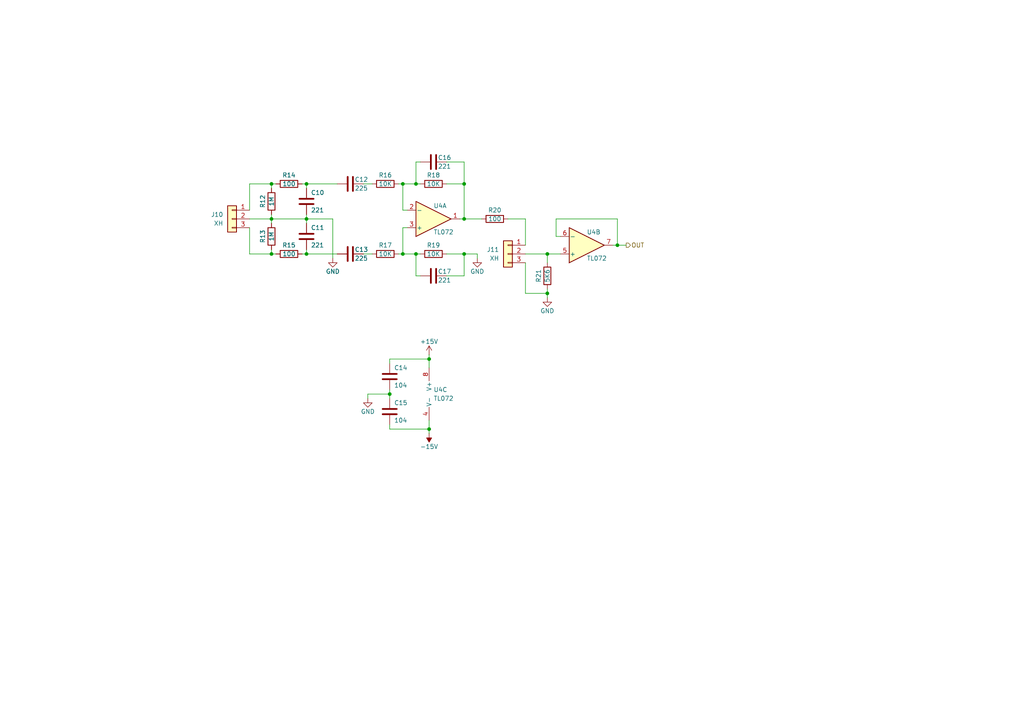
<source format=kicad_sch>
(kicad_sch (version 20231120) (generator "eeschema") (generator_version "8.0")
  (paper "A4")
  (title_block (title "Electronic crossover for 2.1 audio systems") (company "Haos Redro"))
  (lib_symbols
    (symbol "Amplifier_Operational:TL072" (pin_names (offset 0.127))
      (property "Reference" "U" (at 0 5.08 0))
      (property "Value" "TL072" (at 0 -5.08 0))
      (symbol "TL072_1_1"
        (polyline (pts (xy -5.08 5.08) (xy 5.08 0) (xy -5.08 -5.08) (xy -5.08 5.08)) (stroke (width 0.254)) (fill (type background)))
        (pin output line (at 7.62 0 180) (length 2.54) (name "~") (number "1"))
        (pin input line (at -7.62 -2.54 0) (length 2.54) (name "-") (number "2"))
        (pin input line (at -7.62 2.54 0) (length 2.54) (name "+") (number "3"))
      )
      (symbol "TL072_2_1"
        (polyline (pts (xy -5.08 5.08) (xy 5.08 0) (xy -5.08 -5.08) (xy -5.08 5.08)) (stroke (width 0.254)) (fill (type background)))
        (pin input line (at -7.62 2.54 0) (length 2.54) (name "+") (number "5"))
        (pin input line (at -7.62 -2.54 0) (length 2.54) (name "-") (number "6"))
        (pin output line (at 7.62 0 180) (length 2.54) (name "~") (number "7"))
      )
      (symbol "TL072_3_1"
        (pin power_in line (at -2.54 -7.62 90) (length 3.81) (name "V-") (number "4"))
        (pin power_in line (at -2.54 7.62 270) (length 3.81) (name "V+") (number "8"))
      )
    )
    (symbol "Connector_Generic:Conn_01x03" (pin_names (offset 1.016) hide)
      (property "Reference" "J" (at 0 5.08 0))
      (property "Value" "Conn_01x03" (at 0 -5.08 0))
      (symbol "Conn_01x03_1_1"
        (rectangle (start -1.27 -2.413) (end 0 -2.667) (stroke (width 0.1524)))
        (rectangle (start -1.27 0.127) (end 0 -0.127) (stroke (width 0.1524)))
        (rectangle (start -1.27 2.667) (end 0 2.413) (stroke (width 0.1524)))
        (rectangle (start -1.27 3.81) (end 1.27 -3.81) (stroke (width 0.254)) (fill (type background)))
        (pin passive line (at -5.08 2.54 0) (length 3.81) (name "Pin_1") (number "1"))
        (pin passive line (at -5.08 0 0) (length 3.81) (name "Pin_2") (number "2"))
        (pin passive line (at -5.08 -2.54 0) (length 3.81) (name "Pin_3") (number "3"))
      )
    )
    (symbol "Device:C" (pin_numbers hide) (pin_names (offset 0.254))
      (property "Reference" "C" (at 0.635 2.54 0))
      (property "Value" "C" (at 0.635 -2.54 0))
      (symbol "C_0_1"
        (polyline (pts (xy -2.032 -0.762) (xy 2.032 -0.762)) (stroke (width 0.508)))
        (polyline (pts (xy -2.032 0.762) (xy 2.032 0.762)) (stroke (width 0.508)))
      )
      (symbol "C_1_1"
        (pin passive line (at 0 3.81 270) (length 2.794) (name "~") (number "1"))
        (pin passive line (at 0 -3.81 90) (length 2.794) (name "~") (number "2"))
      )
    )
    (symbol "Device:R" (pin_numbers hide) (pin_names (offset 0))
      (property "Reference" "R" (at 2.032 0 90))
      (property "Value" "R" (at 0 0 90))
      (symbol "R_0_1"
        (rectangle (start -1.016 -2.54) (end 1.016 2.54) (stroke (width 0.254)))
      )
      (symbol "R_1_1"
        (pin passive line (at 0 3.81 270) (length 1.27) (name "~") (number "1"))
        (pin passive line (at 0 -3.81 90) (length 1.27) (name "~") (number "2"))
      )
    )
    (symbol "power:+15V" (power) (pin_numbers hide) (pin_names (offset 0) hide)
      (property "Value" "+15V" (at 0 3.556 0))
      (symbol "+15V_0_1"
        (polyline (pts (xy -0.762 1.27) (xy 0 2.54)))
        (polyline (pts (xy 0 0) (xy 0 2.54)))
        (polyline (pts (xy 0 2.54) (xy 0.762 1.27)))
      )
      (symbol "+15V_1_1"
        (pin power_in line (at 0 0 90) (length 0) (name "~") (number "1"))
      )
    )
    (symbol "power:-15V" (power) (pin_numbers hide) (pin_names (offset 0) hide)
      (property "Value" "-15V" (at 0 3.556 0))
      (symbol "-15V_0_0"
        (pin power_in line (at 0 0 90) (length 0) (name "~") (number "1"))
      )
      (symbol "-15V_0_1"
        (polyline (pts (xy 0 0) (xy 0 1.27) (xy 0.762 1.27) (xy 0 2.54) (xy -0.762 1.27) (xy 0 1.27)) (fill (type outline)))
      )
    )
    (symbol "power:GND" (power) (pin_numbers hide) (pin_names (offset 0) hide)
      (property "Value" "GND" (at 0 -3.81 0))
      (symbol "GND_0_1"
        (polyline (pts (xy 0 0) (xy 0 -1.27) (xy 1.27 -1.27) (xy 0 -2.54) (xy -1.27 -1.27) (xy 0 -1.27)))
      )
      (symbol "GND_1_1"
        (pin power_in line (at 0 0 270) (length 0) (name "~") (number "1"))
      )
    )
  )
  (junction (at 113.03 114.3))
  (junction (at 116.84 73.66))
  (junction (at 116.84 53.34))
  (junction (at 88.9 73.66))
  (junction (at 124.46 124.46))
  (junction (at 88.9 53.34))
  (junction (at 78.74 63.5))
  (junction (at 78.74 53.34))
  (junction (at 134.62 53.34))
  (junction (at 179.07 71.12))
  (junction (at 78.74 73.66))
  (junction (at 88.9 63.5))
  (junction (at 158.75 85.09))
  (junction (at 134.62 73.66))
  (junction (at 124.46 104.14))
  (junction (at 134.62 63.5))
  (junction (at 120.65 73.66))
  (junction (at 158.75 73.66))
  (junction (at 120.65 53.34))
  (wire (pts (xy 162.56 68.58) (xy 161.29 68.58)))
  (wire (pts (xy 134.62 63.5) (xy 139.7 63.5)))
  (wire (pts (xy 87.63 53.34) (xy 88.9 53.34)))
  (wire (pts (xy 116.84 60.96) (xy 118.11 60.96)))
  (wire (pts (xy 121.92 80.01) (xy 120.65 80.01)))
  (wire (pts (xy 72.39 53.34) (xy 78.74 53.34)))
  (wire (pts (xy 88.9 53.34) (xy 88.9 54.61)))
  (wire (pts (xy 116.84 73.66) (xy 120.65 73.66)))
  (wire (pts (xy 121.92 46.99) (xy 120.65 46.99)))
  (wire (pts (xy 124.46 102.87) (xy 124.46 104.14)))
  (wire (pts (xy 96.52 63.5) (xy 96.52 74.93)))
  (wire (pts (xy 88.9 72.39) (xy 88.9 73.66)))
  (wire (pts (xy 152.4 63.5) (xy 147.32 63.5)))
  (wire (pts (xy 78.74 53.34) (xy 80.01 53.34)))
  (wire (pts (xy 113.03 123.19) (xy 113.03 124.46)))
  (wire (pts (xy 72.39 66.04) (xy 72.39 73.66)))
  (wire (pts (xy 120.65 80.01) (xy 120.65 73.66)))
  (wire (pts (xy 72.39 63.5) (xy 78.74 63.5)))
  (wire (pts (xy 78.74 63.5) (xy 78.74 64.77)))
  (wire (pts (xy 87.63 73.66) (xy 88.9 73.66)))
  (wire (pts (xy 88.9 63.5) (xy 88.9 64.77)))
  (wire (pts (xy 179.07 63.5) (xy 179.07 71.12)))
  (wire (pts (xy 134.62 73.66) (xy 134.62 80.01)))
  (wire (pts (xy 88.9 73.66) (xy 97.79 73.66)))
  (wire (pts (xy 152.4 71.12) (xy 152.4 63.5)))
  (wire (pts (xy 134.62 53.34) (xy 134.62 46.99)))
  (wire (pts (xy 124.46 124.46) (xy 124.46 121.92)))
  (wire (pts (xy 78.74 53.34) (xy 78.74 54.61)))
  (wire (pts (xy 158.75 85.09) (xy 158.75 83.82)))
  (wire (pts (xy 78.74 73.66) (xy 80.01 73.66)))
  (wire (pts (xy 113.03 113.03) (xy 113.03 114.3)))
  (wire (pts (xy 152.4 76.2) (xy 152.4 85.09)))
  (wire (pts (xy 179.07 71.12) (xy 177.8 71.12)))
  (wire (pts (xy 161.29 63.5) (xy 179.07 63.5)))
  (wire (pts (xy 120.65 46.99) (xy 120.65 53.34)))
  (wire (pts (xy 88.9 62.23) (xy 88.9 63.5)))
  (wire (pts (xy 106.68 114.3) (xy 106.68 115.57)))
  (wire (pts (xy 158.75 73.66) (xy 162.56 73.66)))
  (wire (pts (xy 129.54 73.66) (xy 134.62 73.66)))
  (wire (pts (xy 152.4 85.09) (xy 158.75 85.09)))
  (wire (pts (xy 113.03 114.3) (xy 106.68 114.3)))
  (wire (pts (xy 115.57 53.34) (xy 116.84 53.34)))
  (wire (pts (xy 158.75 85.09) (xy 158.75 86.36)))
  (wire (pts (xy 134.62 46.99) (xy 129.54 46.99)))
  (wire (pts (xy 113.03 105.41) (xy 113.03 104.14)))
  (wire (pts (xy 120.65 73.66) (xy 121.92 73.66)))
  (wire (pts (xy 105.41 53.34) (xy 107.95 53.34)))
  (wire (pts (xy 158.75 73.66) (xy 158.75 76.2)))
  (wire (pts (xy 113.03 124.46) (xy 124.46 124.46)))
  (wire (pts (xy 113.03 114.3) (xy 113.03 115.57)))
  (wire (pts (xy 124.46 125.73) (xy 124.46 124.46)))
  (wire (pts (xy 179.07 71.12) (xy 181.61 71.12)))
  (wire (pts (xy 116.84 53.34) (xy 116.84 60.96)))
  (wire (pts (xy 105.41 73.66) (xy 107.95 73.66)))
  (wire (pts (xy 72.39 73.66) (xy 78.74 73.66)))
  (wire (pts (xy 113.03 104.14) (xy 124.46 104.14)))
  (wire (pts (xy 72.39 60.96) (xy 72.39 53.34)))
  (wire (pts (xy 120.65 53.34) (xy 121.92 53.34)))
  (wire (pts (xy 88.9 53.34) (xy 97.79 53.34)))
  (wire (pts (xy 78.74 72.39) (xy 78.74 73.66)))
  (wire (pts (xy 161.29 68.58) (xy 161.29 63.5)))
  (wire (pts (xy 134.62 63.5) (xy 134.62 53.34)))
  (wire (pts (xy 134.62 80.01) (xy 129.54 80.01)))
  (wire (pts (xy 115.57 73.66) (xy 116.84 73.66)))
  (wire (pts (xy 78.74 62.23) (xy 78.74 63.5)))
  (wire (pts (xy 138.43 73.66) (xy 138.43 74.93)))
  (wire (pts (xy 78.74 63.5) (xy 88.9 63.5)))
  (wire (pts (xy 118.11 66.04) (xy 116.84 66.04)))
  (wire (pts (xy 152.4 73.66) (xy 158.75 73.66)))
  (wire (pts (xy 116.84 53.34) (xy 120.65 53.34)))
  (wire (pts (xy 133.35 63.5) (xy 134.62 63.5)))
  (wire (pts (xy 124.46 104.14) (xy 124.46 106.68)))
  (wire (pts (xy 116.84 66.04) (xy 116.84 73.66)))
  (wire (pts (xy 88.9 63.5) (xy 96.52 63.5)))
  (wire (pts (xy 129.54 53.34) (xy 134.62 53.34)))
  (wire (pts (xy 134.62 73.66) (xy 138.43 73.66)))
  (hierarchical_label "OUT" (shape output) (at 181.61 71.12 0))
  (symbol (lib_id "Device:C") (at 125.73 46.99 90) (unit 1)
    (property "Reference" "C16" (at 127 45.72 90) (effects (justify right)))
    (property "Value" "221" (at 127 48.26 90) (effects (justify right)))
    (property "Footprint" "Capacitor_SMD:C_0805_2012Metric" (effects (hide yes)))
    (property "Description" "Unpolarized capacitor" (effects (hide yes)))
    (instances (project "0000.011D" (path "" (reference "C16") (unit 1)) (path "" (reference "C24") (unit 1))))
  )
  (symbol (lib_id "Device:R") (at 125.73 53.34 90) (unit 1)
    (property "Reference" "R18" (at 125.73 50.8 90))
    (property "Value" "10K" (at 125.73 53.34 90))
    (property "Footprint" "Resistor_SMD:R_0805_2012Metric" (effects (hide yes)))
    (property "Description" "Resistor" (effects (hide yes)))
    (instances (project "0000.011D" (path "" (reference "R18") (unit 1)) (path "" (reference "R28") (unit 1))))
  )
  (symbol (lib_id "Device:C") (at 88.9 58.42 0) (unit 1)
    (property "Reference" "C10" (at 90.17 55.88 0) (effects (justify left)))
    (property "Value" "221" (at 90.17 60.96 0) (effects (justify left)))
    (property "Footprint" "Capacitor_SMD:C_0805_2012Metric" (effects (hide yes)))
    (property "Description" "Unpolarized capacitor" (effects (hide yes)))
    (instances (project "0000.011D" (path "" (reference "C10") (unit 1)) (path "" (reference "C18") (unit 1))))
  )
  (symbol (lib_id "Amplifier_Operational:TL072") (at 127 114.3 0) (unit 3)
    (property "Reference" "U4" (at 125.73 113.0299 0) (effects (justify left)))
    (property "Value" "TL072" (at 125.73 115.5699 0) (effects (justify left)))
    (property "Footprint" "Package_SO:SOIC-8_3.9x4.9mm_P1.27mm" (effects (hide yes)))
    (property "Datasheet" "http://www.ti.com/lit/ds/symlink/tl071.pdf" (effects (hide yes)))
    (property "Description" "Dual Low-Noise JFET-Input Operational Amplifiers, DIP-8/SOIC-8" (effects (hide yes)))
    (instances (project "" (path "" (reference "U4") (unit 3)) (path "" (reference "U5") (unit 3))))
  )
  (symbol (lib_id "power:GND") (at 96.52 74.93 0) (unit 1)
    (property "Reference" "#PWR017" (effects (hide yes)))
    (property "Value" "GND" (at 96.52 78.74 0))
    (property "Description" "Power symbol creates a global label with name \"GND\" , ground" (effects (hide yes)))
    (instances (project "0000.011D" (path "" (reference "#PWR017") (unit 1)) (path "" (reference "#PWR023") (unit 1))))
  )
  (symbol (lib_id "Device:C") (at 101.6 73.66 90) (unit 1)
    (property "Reference" "C13" (at 102.87 72.39 90) (effects (justify right)))
    (property "Value" "225" (at 102.87 74.93 90) (effects (justify right)))
    (property "Footprint" "Capacitor_SMD:C_1210_3225Metric" (effects (hide yes)))
    (property "Description" "Unpolarized capacitor" (effects (hide yes)))
    (instances (project "0000.011D" (path "" (reference "C13") (unit 1)) (path "" (reference "C21") (unit 1))))
  )
  (symbol (lib_id "Connector_Generic:Conn_01x03") (at 67.31 63.5 0) (mirror y) (unit 1)
    (property "Reference" "J10" (at 64.77 62.2299 0) (effects (justify left)))
    (property "Value" "XH" (at 64.77 64.7699 0) (effects (justify left)))
    (property "Footprint" "Connector_JST:JST_XH_B3B-XH-AM_1x03_P2.50mm_Vertical" (effects (hide yes)))
    (property "Description" "Generic connector, single row, 01x03, script generated (kicad-library-utils/schlib/autogen/connector/)" (effects (hide yes)))
    (instances (project "0000.011D" (path "" (reference "J10") (unit 1)) (path "" (reference "J12") (unit 1))))
  )
  (symbol (lib_id "Device:R") (at 83.82 53.34 90) (unit 1)
    (property "Reference" "R14" (at 83.82 50.8 90))
    (property "Value" "100" (at 83.82 53.34 90))
    (property "Footprint" "Resistor_SMD:R_0805_2012Metric" (effects (hide yes)))
    (property "Description" "Resistor" (effects (hide yes)))
    (instances (project "0000.011D" (path "" (reference "R14") (unit 1)) (path "" (reference "R24") (unit 1))))
  )
  (symbol (lib_id "power:+15V") (at 124.46 102.87 0) (unit 1)
    (property "Reference" "#PWR019" (effects (hide yes)))
    (property "Value" "+15V" (at 124.46 99.06 0))
    (property "Description" "Power symbol creates a global label with name \"+15V\"" (effects (hide yes)))
    (instances (project "0000.011D" (path "" (reference "#PWR019") (unit 1)) (path "" (reference "#PWR025") (unit 1))))
  )
  (symbol (lib_id "Device:R") (at 158.75 80.01 180) (unit 1)
    (property "Reference" "R21" (at 156.21 80.01 90))
    (property "Value" "5K6" (at 158.75 80.01 90))
    (property "Footprint" "Resistor_SMD:R_0805_2012Metric" (effects (hide yes)))
    (property "Description" "Resistor" (effects (hide yes)))
    (instances (project "0000.011D" (path "" (reference "R21") (unit 1)) (path "" (reference "R31") (unit 1))))
  )
  (symbol (lib_id "Device:C") (at 113.03 119.38 0) (unit 1)
    (property "Reference" "C15" (at 114.3 116.84 0) (effects (justify left)))
    (property "Value" "104" (at 114.3 121.92 0) (effects (justify left)))
    (property "Footprint" "Capacitor_SMD:C_0805_2012Metric" (effects (hide yes)))
    (property "Description" "Unpolarized capacitor" (effects (hide yes)))
    (instances (project "0000.011D" (path "" (reference "C15") (unit 1)) (path "" (reference "C23") (unit 1))))
  )
  (symbol (lib_id "Device:C") (at 113.03 109.22 0) (unit 1)
    (property "Reference" "C14" (at 114.3 106.68 0) (effects (justify left)))
    (property "Value" "104" (at 114.3 111.76 0) (effects (justify left)))
    (property "Footprint" "Capacitor_SMD:C_0805_2012Metric" (effects (hide yes)))
    (property "Description" "Unpolarized capacitor" (effects (hide yes)))
    (instances (project "0000.011D" (path "" (reference "C14") (unit 1)) (path "" (reference "C22") (unit 1))))
  )
  (symbol (lib_id "Device:R") (at 111.76 73.66 90) (unit 1)
    (property "Reference" "R17" (at 111.76 71.12 90))
    (property "Value" "10K" (at 111.76 73.66 90))
    (property "Footprint" "Resistor_SMD:R_0805_2012Metric" (effects (hide yes)))
    (property "Description" "Resistor" (effects (hide yes)))
    (instances (project "0000.011D" (path "" (reference "R17") (unit 1)) (path "" (reference "R27") (unit 1))))
  )
  (symbol (lib_id "Amplifier_Operational:TL072") (at 125.73 63.5 0) (mirror x) (unit 1)
    (property "Reference" "U4" (at 125.73 59.69 0) (effects (justify left)))
    (property "Value" "TL072" (at 125.73 67.31 0) (effects (justify left)))
    (property "Footprint" "Package_SO:SOIC-8_3.9x4.9mm_P1.27mm" (effects (hide yes)))
    (property "Datasheet" "http://www.ti.com/lit/ds/symlink/tl071.pdf" (effects (hide yes)))
    (property "Description" "Dual Low-Noise JFET-Input Operational Amplifiers, DIP-8/SOIC-8" (effects (hide yes)))
    (instances (project "" (path "" (reference "U4") (unit 1)) (path "" (reference "U5") (unit 1))))
  )
  (symbol (lib_id "Device:R") (at 83.82 73.66 90) (unit 1)
    (property "Reference" "R15" (at 83.82 71.12 90))
    (property "Value" "100" (at 83.82 73.66 90))
    (property "Footprint" "Resistor_SMD:R_0805_2012Metric" (effects (hide yes)))
    (property "Description" "Resistor" (effects (hide yes)))
    (instances (project "0000.011D" (path "" (reference "R15") (unit 1)) (path "" (reference "R25") (unit 1))))
  )
  (symbol (lib_id "Device:R") (at 78.74 58.42 180) (unit 1)
    (property "Reference" "R12" (at 76.2 58.42 90))
    (property "Value" "1M" (at 78.74 58.42 90))
    (property "Footprint" "Resistor_SMD:R_0805_2012Metric" (effects (hide yes)))
    (property "Description" "Resistor" (effects (hide yes)))
    (instances (project "0000.011D" (path "" (reference "R12") (unit 1)) (path "" (reference "R22") (unit 1))))
  )
  (symbol (lib_id "Device:C") (at 101.6 53.34 90) (unit 1)
    (property "Reference" "C12" (at 102.87 52.07 90) (effects (justify right)))
    (property "Value" "225" (at 102.87 54.61 90) (effects (justify right)))
    (property "Footprint" "Capacitor_SMD:C_1210_3225Metric" (effects (hide yes)))
    (property "Description" "Unpolarized capacitor" (effects (hide yes)))
    (instances (project "0000.011D" (path "" (reference "C12") (unit 1)) (path "" (reference "C20") (unit 1))))
  )
  (symbol (lib_id "power:-15V") (at 124.46 125.73 0) (mirror x) (unit 1)
    (property "Reference" "#PWR020" (effects (hide yes)))
    (property "Value" "-15V" (at 124.46 129.54 0))
    (property "Description" "Power symbol creates a global label with name \"-15V\"" (effects (hide yes)))
    (instances (project "0000.011D" (path "" (reference "#PWR020") (unit 1)) (path "" (reference "#PWR026") (unit 1))))
  )
  (symbol (lib_id "Amplifier_Operational:TL072") (at 170.18 71.12 0) (mirror x) (unit 2)
    (property "Reference" "U4" (at 170.18 67.31 0) (effects (justify left)))
    (property "Value" "TL072" (at 170.18 74.93 0) (effects (justify left)))
    (property "Footprint" "Package_SO:SOIC-8_3.9x4.9mm_P1.27mm" (effects (hide yes)))
    (property "Datasheet" "http://www.ti.com/lit/ds/symlink/tl071.pdf" (effects (hide yes)))
    (property "Description" "Dual Low-Noise JFET-Input Operational Amplifiers, DIP-8/SOIC-8" (effects (hide yes)))
    (instances (project "" (path "" (reference "U4") (unit 2)) (path "" (reference "U5") (unit 2))))
  )
  (symbol (lib_id "power:GND") (at 138.43 74.93 0) (unit 1)
    (property "Reference" "#PWR021" (effects (hide yes)))
    (property "Value" "GND" (at 138.43 78.74 0))
    (property "Description" "Power symbol creates a global label with name \"GND\" , ground" (effects (hide yes)))
    (instances (project "0000.011D" (path "" (reference "#PWR021") (unit 1)) (path "" (reference "#PWR027") (unit 1))))
  )
  (symbol (lib_id "Connector_Generic:Conn_01x03") (at 147.32 73.66 0) (mirror y) (unit 1)
    (property "Reference" "J11" (at 144.78 72.3899 0) (effects (justify left)))
    (property "Value" "XH" (at 144.78 74.9299 0) (effects (justify left)))
    (property "Footprint" "Connector_JST:JST_XH_B3B-XH-AM_1x03_P2.50mm_Vertical" (effects (hide yes)))
    (property "Description" "Generic connector, single row, 01x03, script generated (kicad-library-utils/schlib/autogen/connector/)" (effects (hide yes)))
    (instances (project "0000.011D" (path "" (reference "J11") (unit 1)) (path "" (reference "J13") (unit 1))))
  )
  (symbol (lib_id "power:GND") (at 158.75 86.36 0) (unit 1)
    (property "Reference" "#PWR022" (effects (hide yes)))
    (property "Value" "GND" (at 158.75 90.17 0))
    (property "Description" "Power symbol creates a global label with name \"GND\" , ground" (effects (hide yes)))
    (instances (project "0000.011D" (path "" (reference "#PWR022") (unit 1)) (path "" (reference "#PWR028") (unit 1))))
  )
  (symbol (lib_id "Device:R") (at 143.51 63.5 90) (unit 1)
    (property "Reference" "R20" (at 143.51 60.96 90))
    (property "Value" "100" (at 143.51 63.5 90))
    (property "Footprint" "Resistor_SMD:R_0805_2012Metric" (effects (hide yes)))
    (property "Description" "Resistor" (effects (hide yes)))
    (instances (project "0000.011D" (path "" (reference "R20") (unit 1)) (path "" (reference "R30") (unit 1))))
  )
  (symbol (lib_id "Device:R") (at 111.76 53.34 90) (unit 1)
    (property "Reference" "R16" (at 111.76 50.8 90))
    (property "Value" "10K" (at 111.76 53.34 90))
    (property "Footprint" "Resistor_SMD:R_0805_2012Metric" (effects (hide yes)))
    (property "Description" "Resistor" (effects (hide yes)))
    (instances (project "0000.011D" (path "" (reference "R16") (unit 1)) (path "" (reference "R26") (unit 1))))
  )
  (symbol (lib_id "Device:R") (at 125.73 73.66 90) (unit 1)
    (property "Reference" "R19" (at 125.73 71.12 90))
    (property "Value" "10K" (at 125.73 73.66 90))
    (property "Footprint" "Resistor_SMD:R_0805_2012Metric" (effects (hide yes)))
    (property "Description" "Resistor" (effects (hide yes)))
    (instances (project "0000.011D" (path "" (reference "R19") (unit 1)) (path "" (reference "R29") (unit 1))))
  )
  (symbol (lib_id "power:GND") (at 106.68 115.57 0) (unit 1)
    (property "Reference" "#PWR018" (effects (hide yes)))
    (property "Value" "GND" (at 106.68 119.38 0))
    (property "Description" "Power symbol creates a global label with name \"GND\" , ground" (effects (hide yes)))
    (instances (project "0000.011D" (path "" (reference "#PWR018") (unit 1)) (path "" (reference "#PWR024") (unit 1))))
  )
  (symbol (lib_id "Device:R") (at 78.74 68.58 180) (unit 1)
    (property "Reference" "R13" (at 76.2 68.58 90))
    (property "Value" "1M" (at 78.74 68.58 90))
    (property "Footprint" "Resistor_SMD:R_0805_2012Metric" (effects (hide yes)))
    (property "Description" "Resistor" (effects (hide yes)))
    (instances (project "0000.011D" (path "" (reference "R13") (unit 1)) (path "" (reference "R23") (unit 1))))
  )
  (symbol (lib_id "Device:C") (at 125.73 80.01 90) (unit 1)
    (property "Reference" "C17" (at 127 78.74 90) (effects (justify right)))
    (property "Value" "221" (at 127 81.28 90) (effects (justify right)))
    (property "Footprint" "Capacitor_SMD:C_0805_2012Metric" (effects (hide yes)))
    (property "Description" "Unpolarized capacitor" (effects (hide yes)))
    (instances (project "0000.011D" (path "" (reference "C17") (unit 1)) (path "" (reference "C25") (unit 1))))
  )
  (symbol (lib_id "Device:C") (at 88.9 68.58 0) (unit 1)
    (property "Reference" "C11" (at 90.17 66.04 0) (effects (justify left)))
    (property "Value" "221" (at 90.17 71.12 0) (effects (justify left)))
    (property "Footprint" "Capacitor_SMD:C_0805_2012Metric" (effects (hide yes)))
    (property "Description" "Unpolarized capacitor" (effects (hide yes)))
    (instances (project "0000.011D" (path "" (reference "C11") (unit 1)) (path "" (reference "C19") (unit 1))))
  )
)
</source>
